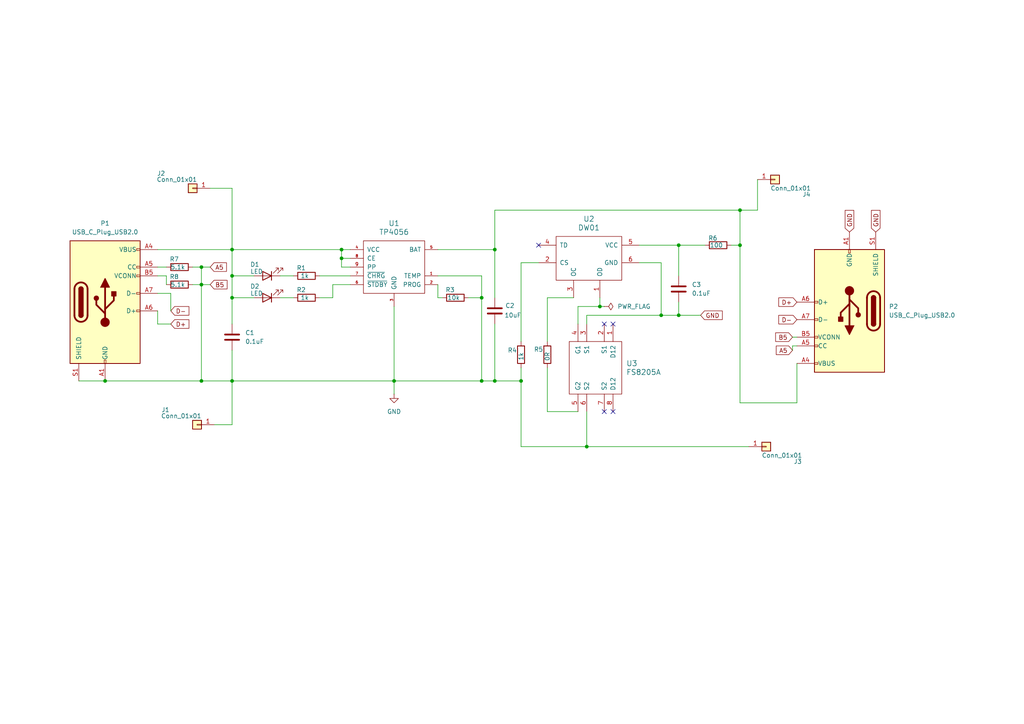
<source format=kicad_sch>
(kicad_sch (version 20231120) (generator "eeschema") (generator_version "8.0")
  (paper "A4")
  (lib_symbols
    (symbol "Connector:USB_C_Plug_USB2.0" (pin_names (offset 1.016))
      (property "Reference" "P" (at -10.16 19.05 0))
      (property "Value" "USB_C_Plug_USB2.0" (at 12.7 19.05 0))
      (symbol "USB_C_Plug_USB2.0_0_0"
        (rectangle (start -0.254 -17.78) (end 0.254 -16.764))
        (rectangle (start 10.16 -2.286) (end 9.144 -2.794))
        (rectangle (start 10.16 2.794) (end 9.144 2.286))
        (rectangle (start 10.16 7.874) (end 9.144 7.366))
        (rectangle (start 10.16 10.414) (end 9.144 9.906))
        (rectangle (start 10.16 15.494) (end 9.144 14.986))
      )
      (symbol "USB_C_Plug_USB2.0_0_1"
        (rectangle (start -10.16 17.78) (end 10.16 -17.78) (stroke (width 0.254)) (fill (type background)))
        (arc (start -8.89 -3.81) (mid -6.985 -5.7067) (end -5.08 -3.81) (stroke (width 0.508)))
        (arc (start -7.62 -3.81) (mid -6.985 -4.4423) (end -6.35 -3.81) (stroke (width 0.254)))
        (arc (start -7.62 -3.81) (mid -6.985 -4.4423) (end -6.35 -3.81) (stroke (width 0.254)) (fill (type outline)))
        (rectangle (start -7.62 -3.81) (end -6.35 3.81) (stroke (width 0.254)) (fill (type outline)))
        (arc (start -6.35 3.81) (mid -6.985 4.4423) (end -7.62 3.81) (stroke (width 0.254)))
        (arc (start -6.35 3.81) (mid -6.985 4.4423) (end -7.62 3.81) (stroke (width 0.254)) (fill (type outline)))
        (arc (start -5.08 3.81) (mid -6.985 5.7067) (end -8.89 3.81) (stroke (width 0.508)))
        (circle (center -2.54 1.143) (radius 0.635) (stroke (width 0.254)) (fill (type outline)))
        (circle (center 0 -5.842) (radius 1.27) (fill (type outline)))
        (polyline (pts (xy -8.89 -3.81) (xy -8.89 3.81)) (stroke (width 0.508)))
        (polyline (pts (xy -5.08 3.81) (xy -5.08 -3.81)) (stroke (width 0.508)))
        (polyline (pts (xy 0 -5.842) (xy 0 4.318)) (stroke (width 0.508)))
        (polyline (pts (xy 0 -3.302) (xy -2.54 -0.762) (xy -2.54 0.508)) (stroke (width 0.508)))
        (polyline (pts (xy 0 -2.032) (xy 2.54 0.508) (xy 2.54 1.778)) (stroke (width 0.508)))
        (polyline (pts (xy -1.27 4.318) (xy 0 6.858) (xy 1.27 4.318) (xy -1.27 4.318)) (stroke (width 0.254)) (fill (type outline)))
        (rectangle (start 1.905 1.778) (end 3.175 3.048) (stroke (width 0.254)) (fill (type outline)))
      )
      (symbol "USB_C_Plug_USB2.0_1_1"
        (pin passive line (at 0 -22.86 90) (length 5.08) (name "GND") (number "A1"))
        (pin passive line (at 0 -22.86 90) (length 5.08) hide (name "GND") (number "A12"))
        (pin passive line (at 15.24 15.24 180) (length 5.08) (name "VBUS") (number "A4"))
        (pin bidirectional line (at 15.24 10.16 180) (length 5.08) (name "CC") (number "A5"))
        (pin bidirectional line (at 15.24 -2.54 180) (length 5.08) (name "D+") (number "A6"))
        (pin bidirectional line (at 15.24 2.54 180) (length 5.08) (name "D-") (number "A7"))
        (pin passive line (at 15.24 15.24 180) (length 5.08) hide (name "VBUS") (number "A9"))
        (pin passive line (at 0 -22.86 90) (length 5.08) hide (name "GND") (number "B1"))
        (pin passive line (at 0 -22.86 90) (length 5.08) hide (name "GND") (number "B12"))
        (pin passive line (at 15.24 15.24 180) (length 5.08) hide (name "VBUS") (number "B4"))
        (pin bidirectional line (at 15.24 7.62 180) (length 5.08) (name "VCONN") (number "B5"))
        (pin passive line (at 15.24 15.24 180) (length 5.08) hide (name "VBUS") (number "B9"))
        (pin passive line (at -7.62 -22.86 90) (length 5.08) (name "SHIELD") (number "S1"))
      )
    )
    (symbol "Connector_Generic:Conn_01x01" (pin_names (offset 1.016) hide)
      (property "Reference" "J" (at 0 2.54 0))
      (property "Value" "Conn_01x01" (at 0 -2.54 0))
      (symbol "Conn_01x01_1_1"
        (rectangle (start -1.27 0.127) (end 0 -0.127) (stroke (width 0.1524)))
        (rectangle (start -1.27 1.27) (end 1.27 -1.27) (stroke (width 0.254)) (fill (type background)))
        (pin passive line (at -5.08 0 0) (length 3.81) (name "Pin_1") (number "1"))
      )
    )
    (symbol "Device:C" (pin_numbers hide) (pin_names (offset 0.254))
      (property "Reference" "C" (at 0.635 2.54 0))
      (property "Value" "C" (at 0.635 -2.54 0))
      (symbol "C_0_1"
        (polyline (pts (xy -2.032 -0.762) (xy 2.032 -0.762)) (stroke (width 0.508)))
        (polyline (pts (xy -2.032 0.762) (xy 2.032 0.762)) (stroke (width 0.508)))
      )
      (symbol "C_1_1"
        (pin passive line (at 0 3.81 270) (length 2.794) (name "~") (number "1"))
        (pin passive line (at 0 -3.81 90) (length 2.794) (name "~") (number "2"))
      )
    )
    (symbol "Device:LED" (pin_numbers hide) (pin_names (offset 1.016) hide)
      (property "Reference" "D" (at 0 2.54 0))
      (property "Value" "LED" (at 0 -2.54 0))
      (symbol "LED_0_1"
        (polyline (pts (xy -1.27 -1.27) (xy -1.27 1.27)) (stroke (width 0.254)))
        (polyline (pts (xy -1.27 0) (xy 1.27 0)))
        (polyline (pts (xy 1.27 -1.27) (xy 1.27 1.27) (xy -1.27 0) (xy 1.27 -1.27)) (stroke (width 0.254)))
        (polyline (pts (xy -3.048 -0.762) (xy -4.572 -2.286) (xy -3.81 -2.286) (xy -4.572 -2.286) (xy -4.572 -1.524)))
        (polyline (pts (xy -1.778 -0.762) (xy -3.302 -2.286) (xy -2.54 -2.286) (xy -3.302 -2.286) (xy -3.302 -1.524)))
      )
      (symbol "LED_1_1"
        (pin passive line (at -3.81 0 0) (length 2.54) (name "K") (number "1"))
        (pin passive line (at 3.81 0 180) (length 2.54) (name "A") (number "2"))
      )
    )
    (symbol "Device:R" (pin_numbers hide) (pin_names (offset 0))
      (property "Reference" "R" (at 2.032 0 90))
      (property "Value" "R" (at 0 0 90))
      (symbol "R_0_1"
        (rectangle (start -1.016 -2.54) (end 1.016 2.54) (stroke (width 0.254)))
      )
      (symbol "R_1_1"
        (pin passive line (at 0 3.81 270) (length 1.27) (name "~") (number "1"))
        (pin passive line (at 0 -3.81 90) (length 1.27) (name "~") (number "2"))
      )
    )
    (symbol "charger_stepup-cache:TP4056" (pin_names (offset 1.016))
      (property "Reference" "U" (at -8.89 10.16 0))
      (property "Value" "TP4056" (at 8.89 10.16 0))
      (symbol "TP4056_0_1"
        (rectangle (start -8.89 8.89) (end 8.89 -6.35))
      )
      (symbol "TP4056_1_1"
        (pin passive line (at 12.7 -1.27 180) (length 3.81) (name "TEMP") (number "1"))
        (pin passive line (at 12.7 -3.81 180) (length 3.81) (name "PROG") (number "2"))
        (pin power_in line (at 0 -10.16 90) (length 3.81) (name "GND") (number "3"))
        (pin power_in line (at -12.7 6.35 0) (length 3.81) (name "VCC") (number "4"))
        (pin power_out line (at 12.7 6.35 180) (length 3.81) (name "BAT") (number "5"))
        (pin open_collector line (at -12.7 -3.81 0) (length 3.81) (name "~{STDBY}") (number "6"))
        (pin open_collector line (at -12.7 -1.27 0) (length 3.81) (name "~{CHRG}") (number "7"))
        (pin input line (at -12.7 3.81 0) (length 3.81) (name "CE") (number "8"))
        (pin input line (at -12.7 1.27 0) (length 3.81) (name "PP") (number "9"))
      )
    )
    (symbol "dw01:DW01" (pin_names (offset 1.016))
      (property "Reference" "U" (at 2.54 8.89 0))
      (property "Value" "DW01" (at -2.54 8.89 0))
      (symbol "DW01_0_1"
        (rectangle (start -8.89 6.35) (end 10.16 -6.35))
      )
      (symbol "DW01_1_1"
        (pin input line (at 3.81 -11.43 90) (length 5.08) (name "OD") (number "1"))
        (pin input line (at -13.97 -1.27 0) (length 5.08) (name "CS") (number "2"))
        (pin input line (at -3.81 -11.43 90) (length 5.08) (name "OC") (number "3"))
        (pin input line (at -13.97 3.81 0) (length 5.08) (name "TD") (number "4"))
        (pin input line (at 15.24 3.81 180) (length 5.08) (name "VCC") (number "5"))
        (pin input line (at 15.24 -1.27 180) (length 5.08) (name "GND") (number "6"))
      )
    )
    (symbol "fs8205a:FS8205A" (pin_names (offset 1.016))
      (property "Reference" "U" (at -5.08 -1.27 0))
      (property "Value" "FS8205A" (at -1.27 -3.81 0))
      (symbol "FS8205A_0_1"
        (rectangle (start -7.62 5.08) (end 7.62 -10.16))
      )
      (symbol "FS8205A_1_1"
        (pin input line (at 5.08 10.16 270) (length 5.08) (name "D12") (number "1"))
        (pin input line (at 2.54 10.16 270) (length 5.08) (name "S1") (number "2"))
        (pin input line (at -2.54 10.16 270) (length 5.08) (name "S1") (number "3"))
        (pin input line (at -5.08 10.16 270) (length 5.08) (name "G1") (number "4"))
        (pin input line (at -5.08 -15.24 90) (length 5.08) (name "G2") (number "5"))
        (pin input line (at -2.54 -15.24 90) (length 5.08) (name "S2") (number "6"))
        (pin input line (at 2.54 -15.24 90) (length 5.08) (name "S2") (number "7"))
        (pin input line (at 5.08 -15.24 90) (length 5.08) (name "D12") (number "8"))
      )
    )
    (symbol "power:GND" (power) (pin_numbers hide) (pin_names (offset 0) hide)
      (property "Value" "GND" (at 0 -3.81 0))
      (symbol "GND_0_1"
        (polyline (pts (xy 0 0) (xy 0 -1.27) (xy 1.27 -1.27) (xy 0 -2.54) (xy -1.27 -1.27) (xy 0 -1.27)))
      )
      (symbol "GND_1_1"
        (pin power_in line (at 0 0 270) (length 0) (name "~") (number "1"))
      )
    )
    (symbol "power:PWR_FLAG" (power) (pin_numbers hide) (pin_names (offset 0) hide)
      (property "Value" "PWR_FLAG" (at 0 3.81 0))
      (symbol "PWR_FLAG_0_0"
        (pin power_out line (at 0 0 90) (length 0) (name "~") (number "1"))
      )
      (symbol "PWR_FLAG_0_1"
        (polyline (pts (xy 0 0) (xy 0 1.27) (xy -1.016 1.905) (xy 0 2.54) (xy 1.016 1.905) (xy 0 1.27)))
      )
    )
  )
  (junction (at 214.63 71.12))
  (junction (at 67.31 110.49))
  (junction (at 196.85 71.12))
  (junction (at 143.51 72.39))
  (junction (at 67.31 72.39))
  (junction (at 67.31 86.36))
  (junction (at 139.7 110.49))
  (junction (at 151.13 110.49))
  (junction (at 196.85 91.44))
  (junction (at 143.51 110.49))
  (junction (at 58.42 77.47))
  (junction (at 58.42 82.55))
  (junction (at 58.42 110.49))
  (junction (at 191.77 91.44))
  (junction (at 173.99 88.9))
  (junction (at 139.7 86.36))
  (junction (at 67.31 80.01))
  (junction (at 30.48 110.49))
  (junction (at 114.3 110.49))
  (junction (at 170.18 129.54))
  (junction (at 214.63 60.96))
  (junction (at 99.06 74.93))
  (junction (at 99.06 72.39))
  (no_connect (at 175.26 93.98))
  (no_connect (at 177.8 93.98))
  (no_connect (at 175.26 119.38))
  (no_connect (at 177.8 119.38))
  (no_connect (at 156.21 71.12))
  (wire (pts (xy 143.51 110.49) (xy 139.7 110.49)))
  (wire (pts (xy 229.87 97.79) (xy 231.14 97.79)))
  (wire (pts (xy 229.87 100.33) (xy 231.14 100.33)))
  (wire (pts (xy 114.3 110.49) (xy 114.3 114.3)))
  (wire (pts (xy 196.85 91.44) (xy 203.2 91.44)))
  (wire (pts (xy 73.66 86.36) (xy 67.31 86.36)))
  (wire (pts (xy 67.31 54.61) (xy 67.31 72.39)))
  (wire (pts (xy 67.31 101.6) (xy 67.31 110.49)))
  (wire (pts (xy 101.6 82.55) (xy 96.52 82.55)))
  (wire (pts (xy 67.31 110.49) (xy 114.3 110.49)))
  (wire (pts (xy 45.72 80.01) (xy 48.26 80.01)))
  (wire (pts (xy 143.51 60.96) (xy 214.63 60.96)))
  (wire (pts (xy 48.26 80.01) (xy 48.26 82.55)))
  (wire (pts (xy 151.13 106.68) (xy 151.13 110.49)))
  (wire (pts (xy 99.06 72.39) (xy 101.6 72.39)))
  (wire (pts (xy 196.85 71.12) (xy 204.47 71.12)))
  (wire (pts (xy 49.53 93.98) (xy 45.72 93.98)))
  (wire (pts (xy 67.31 80.01) (xy 73.66 80.01)))
  (wire (pts (xy 158.75 119.38) (xy 158.75 106.68)))
  (wire (pts (xy 158.75 99.06) (xy 158.75 86.36)))
  (wire (pts (xy 173.99 88.9) (xy 173.99 86.36)))
  (wire (pts (xy 167.64 119.38) (xy 158.75 119.38)))
  (wire (pts (xy 229.87 101.6) (xy 229.87 100.33)))
  (wire (pts (xy 62.23 123.19) (xy 67.31 123.19)))
  (wire (pts (xy 96.52 82.55) (xy 96.52 86.36)))
  (wire (pts (xy 55.88 82.55) (xy 58.42 82.55)))
  (wire (pts (xy 151.13 129.54) (xy 151.13 110.49)))
  (wire (pts (xy 196.85 91.44) (xy 196.85 87.63)))
  (wire (pts (xy 158.75 86.36) (xy 166.37 86.36)))
  (wire (pts (xy 191.77 91.44) (xy 196.85 91.44)))
  (wire (pts (xy 58.42 77.47) (xy 58.42 82.55)))
  (wire (pts (xy 81.28 80.01) (xy 85.09 80.01)))
  (wire (pts (xy 58.42 82.55) (xy 58.42 110.49)))
  (wire (pts (xy 212.09 71.12) (xy 214.63 71.12)))
  (wire (pts (xy 114.3 110.49) (xy 114.3 88.9)))
  (wire (pts (xy 99.06 77.47) (xy 101.6 77.47)))
  (wire (pts (xy 167.64 88.9) (xy 167.64 93.98)))
  (wire (pts (xy 143.51 72.39) (xy 143.51 86.36)))
  (wire (pts (xy 173.99 88.9) (xy 167.64 88.9)))
  (wire (pts (xy 30.48 110.49) (xy 58.42 110.49)))
  (wire (pts (xy 81.28 86.36) (xy 85.09 86.36)))
  (wire (pts (xy 185.42 71.12) (xy 196.85 71.12)))
  (wire (pts (xy 55.88 77.47) (xy 58.42 77.47)))
  (wire (pts (xy 67.31 72.39) (xy 67.31 80.01)))
  (wire (pts (xy 135.89 86.36) (xy 139.7 86.36)))
  (wire (pts (xy 58.42 110.49) (xy 67.31 110.49)))
  (wire (pts (xy 127 72.39) (xy 143.51 72.39)))
  (wire (pts (xy 99.06 72.39) (xy 99.06 74.93)))
  (wire (pts (xy 214.63 60.96) (xy 214.63 71.12)))
  (wire (pts (xy 151.13 99.06) (xy 151.13 76.2)))
  (wire (pts (xy 127 80.01) (xy 139.7 80.01)))
  (wire (pts (xy 185.42 76.2) (xy 191.77 76.2)))
  (wire (pts (xy 139.7 86.36) (xy 139.7 110.49)))
  (wire (pts (xy 58.42 82.55) (xy 60.96 82.55)))
  (wire (pts (xy 170.18 91.44) (xy 191.77 91.44)))
  (wire (pts (xy 214.63 116.84) (xy 231.14 116.84)))
  (wire (pts (xy 45.72 93.98) (xy 45.72 90.17)))
  (wire (pts (xy 139.7 110.49) (xy 114.3 110.49)))
  (wire (pts (xy 45.72 72.39) (xy 67.31 72.39)))
  (wire (pts (xy 214.63 71.12) (xy 214.63 116.84)))
  (wire (pts (xy 99.06 74.93) (xy 99.06 77.47)))
  (wire (pts (xy 127 86.36) (xy 127 82.55)))
  (wire (pts (xy 67.31 86.36) (xy 67.31 93.98)))
  (wire (pts (xy 170.18 93.98) (xy 170.18 91.44)))
  (wire (pts (xy 143.51 93.98) (xy 143.51 110.49)))
  (wire (pts (xy 67.31 123.19) (xy 67.31 110.49)))
  (wire (pts (xy 99.06 74.93) (xy 101.6 74.93)))
  (wire (pts (xy 127 86.36) (xy 128.27 86.36)))
  (wire (pts (xy 45.72 77.47) (xy 48.26 77.47)))
  (wire (pts (xy 191.77 76.2) (xy 191.77 91.44)))
  (wire (pts (xy 143.51 72.39) (xy 143.51 60.96)))
  (wire (pts (xy 96.52 86.36) (xy 92.71 86.36)))
  (wire (pts (xy 170.18 129.54) (xy 217.17 129.54)))
  (wire (pts (xy 49.53 90.17) (xy 49.53 85.09)))
  (wire (pts (xy 219.71 52.07) (xy 219.71 60.96)))
  (wire (pts (xy 151.13 110.49) (xy 143.51 110.49)))
  (wire (pts (xy 231.14 116.84) (xy 231.14 105.41)))
  (wire (pts (xy 139.7 80.01) (xy 139.7 86.36)))
  (wire (pts (xy 58.42 77.47) (xy 60.96 77.47)))
  (wire (pts (xy 67.31 72.39) (xy 99.06 72.39)))
  (wire (pts (xy 173.99 88.9) (xy 175.26 88.9)))
  (wire (pts (xy 49.53 85.09) (xy 45.72 85.09)))
  (wire (pts (xy 219.71 60.96) (xy 214.63 60.96)))
  (wire (pts (xy 101.6 80.01) (xy 92.71 80.01)))
  (wire (pts (xy 151.13 76.2) (xy 156.21 76.2)))
  (wire (pts (xy 170.18 119.38) (xy 170.18 129.54)))
  (wire (pts (xy 67.31 54.61) (xy 60.96 54.61)))
  (wire (pts (xy 22.86 110.49) (xy 30.48 110.49)))
  (wire (pts (xy 67.31 86.36) (xy 67.31 80.01)))
  (wire (pts (xy 170.18 129.54) (xy 151.13 129.54)))
  (wire (pts (xy 196.85 71.12) (xy 196.85 80.01)))
  (global_label "GND" (shape input) (at 246.38 67.31 90) (property "Intersheetrefs" "${INTERSHEET_REFS}" (effects (hide yes))))
  (global_label "B5" (shape input) (at 229.87 97.79 180) (property "Intersheetrefs" "${INTERSHEET_REFS}" (effects (hide yes))))
  (global_label "A5" (shape input) (at 60.96 77.47 0) (property "Intersheetrefs" "${INTERSHEET_REFS}" (effects (hide yes))))
  (global_label "B5" (shape input) (at 60.96 82.55 0) (property "Intersheetrefs" "${INTERSHEET_REFS}" (effects (hide yes))))
  (global_label "D-" (shape input) (at 49.53 90.17 0) (property "Intersheetrefs" "${INTERSHEET_REFS}" (effects (hide yes))))
  (global_label "GND" (shape input) (at 203.2 91.44 0) (property "Intersheetrefs" "${INTERSHEET_REFS}" (effects (hide yes))))
  (global_label "D+" (shape input) (at 49.53 93.98 0) (property "Intersheetrefs" "${INTERSHEET_REFS}" (effects (hide yes))))
  (global_label "D-" (shape input) (at 231.14 92.71 180) (property "Intersheetrefs" "${INTERSHEET_REFS}" (effects (hide yes))))
  (global_label "GND" (shape input) (at 254 67.31 90) (property "Intersheetrefs" "${INTERSHEET_REFS}" (effects (hide yes))))
  (global_label "D+" (shape input) (at 231.14 87.63 180) (property "Intersheetrefs" "${INTERSHEET_REFS}" (effects (hide yes))))
  (global_label "A5" (shape input) (at 229.87 101.6 180) (property "Intersheetrefs" "${INTERSHEET_REFS}" (effects (hide yes))))
  (symbol (lib_id "Device:C") (at 143.51 90.17 0) (unit 1)
    (property "Reference" "C2" (at 146.558 88.646 0) (effects (justify left)))
    (property "Value" "10uF" (at 146.304 91.44 0) (effects (justify left)))
    (property "Description" "Unpolarized capacitor" (effects (hide yes)))
  )
  (symbol (lib_id "Device:LED") (at 77.47 86.36 180) (unit 1)
    (property "Reference" "D2" (at 73.914 83.058 0))
    (property "Value" "LED" (at 74.422 85.09 0))
    (property "Description" "Light emitting diode" (effects (hide yes)))
  )
  (symbol (lib_id "Connector_Generic:Conn_01x01") (at 222.25 129.54 0) (unit 1)
    (property "Reference" "J3" (at 231.394 133.858 0))
    (property "Value" "Conn_01x01" (at 226.822 132.08 0))
    (property "Description" "Generic connector, single row, 01x01, script generated (kicad-library-utils/schlib/autogen/connector/)" (effects (hide yes)))
  )
  (symbol (lib_id "power:GND") (at 114.3 114.3 0) (unit 1)
    (property "Reference" "#PWR01" (effects (hide yes)))
    (property "Value" "GND" (at 114.3 119.38 0))
    (property "Description" "Power symbol creates a global label with name \"GND\" , ground" (effects (hide yes)))
  )
  (symbol (lib_id "Device:R") (at 88.9 86.36 90) (unit 1)
    (property "Reference" "R2" (at 87.376 84.074 90))
    (property "Value" "1k" (at 88.392 86.36 90))
    (property "Description" "Resistor" (effects (hide yes)))
  )
  (symbol (lib_id "Connector_Generic:Conn_01x01") (at 57.15 123.19 180) (unit 1)
    (property "Reference" "J1" (at 48.006 118.872 0))
    (property "Value" "Conn_01x01" (at 52.578 120.65 0))
    (property "Description" "Generic connector, single row, 01x01, script generated (kicad-library-utils/schlib/autogen/connector/)" (effects (hide yes)))
  )
  (symbol (lib_id "Connector:USB_C_Plug_USB2.0") (at 30.48 87.63 0) (unit 1)
    (property "Reference" "P1" (at 30.48 64.77 0))
    (property "Value" "USB_C_Plug_USB2.0" (at 30.48 67.31 0))
    (property "Datasheet" "https://www.usb.org/sites/default/files/documents/usb_type-c.zip" (effects (hide yes)))
    (property "Description" "USB 2.0-only Type-C Plug connector" (effects (hide yes)))
  )
  (symbol (lib_id "Connector_Generic:Conn_01x01") (at 55.88 54.61 180) (unit 1)
    (property "Reference" "J2" (at 46.736 50.292 0))
    (property "Value" "Conn_01x01" (at 51.308 52.07 0))
    (property "Description" "Generic connector, single row, 01x01, script generated (kicad-library-utils/schlib/autogen/connector/)" (effects (hide yes)))
  )
  (symbol (lib_id "Device:C") (at 196.85 83.82 0) (unit 1)
    (property "Reference" "C3" (at 200.66 82.5499 0) (effects (justify left)))
    (property "Value" "0.1uF" (at 200.66 85.0899 0) (effects (justify left)))
    (property "Description" "Unpolarized capacitor" (effects (hide yes)))
  )
  (symbol (lib_id "Device:LED") (at 77.47 80.01 180) (unit 1)
    (property "Reference" "D1" (at 73.914 76.708 0))
    (property "Value" "LED" (at 74.422 78.74 0))
    (property "Description" "Light emitting diode" (effects (hide yes)))
  )
  (symbol (lib_id "Device:R") (at 158.75 102.87 180) (unit 1)
    (property "Reference" "R5" (at 156.21 101.346 0))
    (property "Value" "0R" (at 158.75 103.378 90))
    (property "Description" "Resistor" (effects (hide yes)))
  )
  (symbol (lib_id "Device:R") (at 52.07 82.55 90) (unit 1)
    (property "Reference" "R8" (at 50.546 80.264 90))
    (property "Value" "5.1k" (at 51.562 82.55 90))
    (property "Description" "Resistor" (effects (hide yes)))
  )
  (symbol (lib_id "Connector:USB_C_Plug_USB2.0") (at 246.38 90.17 180) (unit 1)
    (property "Reference" "P2" (at 257.81 88.8999 0) (effects (justify right)))
    (property "Value" "USB_C_Plug_USB2.0" (at 257.81 91.4399 0) (effects (justify right)))
    (property "Datasheet" "https://www.usb.org/sites/default/files/documents/usb_type-c.zip" (effects (hide yes)))
    (property "Description" "USB 2.0-only Type-C Plug connector" (effects (hide yes)))
  )
  (symbol (lib_id "fs8205a:FS8205A") (at 172.72 104.14 0) (unit 1)
    (property "Reference" "U3" (at 181.61 105.4099 0) (effects (font (size 1.524 1.524)) (justify left)))
    (property "Value" "FS8205A" (at 181.61 107.9499 0) (effects (font (size 1.524 1.524)) (justify left)))
  )
  (symbol (lib_id "Device:C") (at 67.31 97.79 0) (unit 1)
    (property "Reference" "C1" (at 71.12 96.5199 0) (effects (justify left)))
    (property "Value" "0.1uF" (at 71.12 99.0599 0) (effects (justify left)))
    (property "Description" "Unpolarized capacitor" (effects (hide yes)))
  )
  (symbol (lib_id "Device:R") (at 88.9 80.01 90) (unit 1)
    (property "Reference" "R1" (at 87.376 77.724 90))
    (property "Value" "1k" (at 88.392 80.01 90))
    (property "Description" "Resistor" (effects (hide yes)))
  )
  (symbol (lib_id "Device:R") (at 151.13 102.87 180) (unit 1)
    (property "Reference" "R4" (at 148.59 101.6 0))
    (property "Value" "1k" (at 151.13 103.378 90))
    (property "Description" "Resistor" (effects (hide yes)))
  )
  (symbol (lib_id "Device:R") (at 132.08 86.36 90) (unit 1)
    (property "Reference" "R3" (at 130.556 84.074 90))
    (property "Value" "10k" (at 131.572 86.36 90))
    (property "Description" "Resistor" (effects (hide yes)))
  )
  (symbol (lib_id "Device:R") (at 208.28 71.12 90) (unit 1)
    (property "Reference" "R6" (at 206.756 69.088 90))
    (property "Value" "100" (at 207.772 71.12 90))
    (property "Description" "Resistor" (effects (hide yes)))
  )
  (symbol (lib_id "charger_stepup-cache:TP4056") (at 114.3 78.74 0) (unit 1)
    (property "Reference" "U1" (at 114.3 64.77 0) (effects (font (size 1.524 1.524))))
    (property "Value" "TP4056" (at 114.3 67.31 0) (effects (font (size 1.524 1.524))))
  )
  (symbol (lib_id "power:PWR_FLAG") (at 175.26 88.9 270) (unit 1)
    (property "Reference" "#FLG01" (effects (hide yes)))
    (property "Value" "PWR_FLAG" (at 179.07 88.8999 90) (effects (justify left)))
    (property "Description" "Special symbol for telling ERC where power comes from" (effects (hide yes)))
  )
  (symbol (lib_id "Device:R") (at 52.07 77.47 90) (unit 1)
    (property "Reference" "R7" (at 50.546 75.184 90))
    (property "Value" "5.1k" (at 51.562 77.47 90))
    (property "Description" "Resistor" (effects (hide yes)))
  )
  (symbol (lib_id "Connector_Generic:Conn_01x01") (at 224.79 52.07 0) (unit 1)
    (property "Reference" "J4" (at 233.934 56.388 0))
    (property "Value" "Conn_01x01" (at 229.362 54.61 0))
    (property "Description" "Generic connector, single row, 01x01, script generated (kicad-library-utils/schlib/autogen/connector/)" (effects (hide yes)))
  )
  (symbol (lib_id "dw01:DW01") (at 170.18 74.93 0) (unit 1)
    (property "Reference" "U2" (at 170.815 63.5 0) (effects (font (size 1.524 1.524))))
    (property "Value" "DW01" (at 170.815 66.04 0) (effects (font (size 1.524 1.524))))
  )
)
</source>
